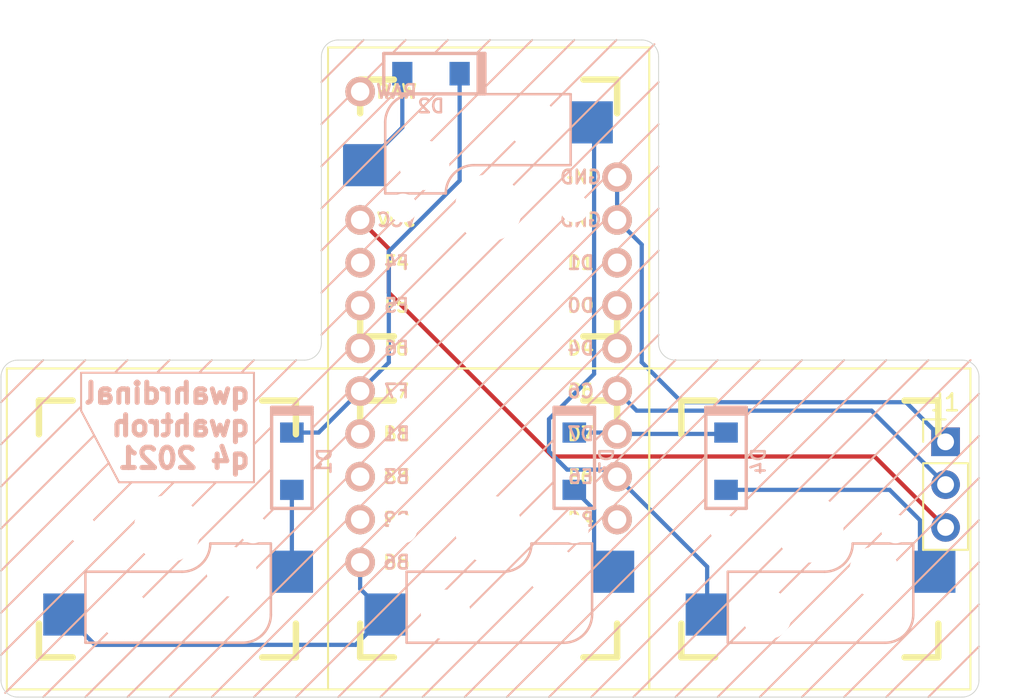
<source format=kicad_pcb>
(kicad_pcb (version 20171130) (host pcbnew "(5.1.10)-1")

  (general
    (thickness 1.6)
    (drawings 78)
    (tracks 55)
    (zones 0)
    (modules 10)
    (nets 12)
  )

  (page A4)
  (layers
    (0 F.Cu signal)
    (31 B.Cu signal)
    (32 B.Adhes user)
    (33 F.Adhes user)
    (34 B.Paste user)
    (35 F.Paste user)
    (36 B.SilkS user)
    (37 F.SilkS user)
    (38 B.Mask user)
    (39 F.Mask user)
    (40 Dwgs.User user)
    (41 Cmts.User user)
    (42 Eco1.User user)
    (43 Eco2.User user)
    (44 Edge.Cuts user)
    (45 Margin user)
    (46 B.CrtYd user)
    (47 F.CrtYd user)
    (48 B.Fab user)
    (49 F.Fab user)
  )

  (setup
    (last_trace_width 0.25)
    (trace_clearance 0.2)
    (zone_clearance 0.508)
    (zone_45_only no)
    (trace_min 0.2)
    (via_size 0.8)
    (via_drill 0.4)
    (via_min_size 0.4)
    (via_min_drill 0.3)
    (uvia_size 0.3)
    (uvia_drill 0.1)
    (uvias_allowed no)
    (uvia_min_size 0.2)
    (uvia_min_drill 0.1)
    (edge_width 0.05)
    (segment_width 0.2)
    (pcb_text_width 0.3)
    (pcb_text_size 1.5 1.5)
    (mod_edge_width 0.12)
    (mod_text_size 1 1)
    (mod_text_width 0.15)
    (pad_size 1.524 1.524)
    (pad_drill 0.762)
    (pad_to_mask_clearance 0)
    (aux_axis_origin 0 0)
    (visible_elements FFFFFF7F)
    (pcbplotparams
      (layerselection 0x010fc_ffffffff)
      (usegerberextensions true)
      (usegerberattributes false)
      (usegerberadvancedattributes false)
      (creategerberjobfile false)
      (excludeedgelayer true)
      (linewidth 0.100000)
      (plotframeref false)
      (viasonmask false)
      (mode 1)
      (useauxorigin false)
      (hpglpennumber 1)
      (hpglpenspeed 20)
      (hpglpendiameter 15.000000)
      (psnegative false)
      (psa4output false)
      (plotreference true)
      (plotvalue false)
      (plotinvisibletext false)
      (padsonsilk false)
      (subtractmaskfromsilk true)
      (outputformat 1)
      (mirror false)
      (drillshape 0)
      (scaleselection 1)
      (outputdirectory ""))
  )

  (net 0 "")
  (net 1 row1)
  (net 2 "Net-(D1-Pad2)")
  (net 3 "Net-(D2-Pad2)")
  (net 4 row2)
  (net 5 "Net-(D3-Pad2)")
  (net 6 "Net-(D4-Pad2)")
  (net 7 VCC)
  (net 8 RGB)
  (net 9 GND)
  (net 10 col1)
  (net 11 col2)

  (net_class Default "This is the default net class."
    (clearance 0.2)
    (trace_width 0.25)
    (via_dia 0.8)
    (via_drill 0.4)
    (uvia_dia 0.3)
    (uvia_drill 0.1)
    (add_net GND)
    (add_net "Net-(D1-Pad2)")
    (add_net "Net-(D2-Pad2)")
    (add_net "Net-(D3-Pad2)")
    (add_net "Net-(D4-Pad2)")
    (add_net "Net-(U1-Pad10)")
    (add_net "Net-(U1-Pad11)")
    (add_net "Net-(U1-Pad14)")
    (add_net "Net-(U1-Pad15)")
    (add_net "Net-(U1-Pad16)")
    (add_net "Net-(U1-Pad18)")
    (add_net "Net-(U1-Pad19)")
    (add_net "Net-(U1-Pad20)")
    (add_net "Net-(U1-Pad24)")
    (add_net "Net-(U1-Pad5)")
    (add_net "Net-(U1-Pad6)")
    (add_net "Net-(U1-Pad7)")
    (add_net RGB)
    (add_net VCC)
    (add_net col1)
    (add_net col2)
    (add_net row1)
    (add_net row2)
  )

  (module Keebio-Parts:ArduinoProMicro_hotswap_socket_clear (layer B.Cu) (tedit 61C12FBC) (tstamp 61C18551)
    (at 219.42 137.53125 270)
    (path /61C1AB51)
    (fp_text reference U1 (at 0 -1.625 90) (layer B.SilkS) hide
      (effects (font (size 1.27 1.524) (thickness 0.2032)) (justify mirror))
    )
    (fp_text value ProMicro_hotswap_socket_clearing (at 0 0 90) (layer B.SilkS) hide
      (effects (font (size 1.27 1.524) (thickness 0.2032)) (justify mirror))
    )
    (fp_text user D0 (at -1.27 -5.461 180) (layer F.SilkS)
      (effects (font (size 0.8 0.8) (thickness 0.15)))
    )
    (fp_text user D1 (at -3.81 -5.461 180) (layer F.SilkS)
      (effects (font (size 0.8 0.8) (thickness 0.15)))
    )
    (fp_text user GND (at -6.35 -5.461 180) (layer F.SilkS)
      (effects (font (size 0.8 0.8) (thickness 0.15)))
    )
    (fp_text user GND (at -8.89 -5.461 180) (layer F.SilkS)
      (effects (font (size 0.8 0.8) (thickness 0.15)))
    )
    (fp_text user D4 (at 1.27 -5.461 180) (layer F.SilkS)
      (effects (font (size 0.8 0.8) (thickness 0.15)))
    )
    (fp_text user C6 (at 3.81 -5.461 180) (layer F.SilkS)
      (effects (font (size 0.8 0.8) (thickness 0.15)))
    )
    (fp_text user D7 (at 6.35 -5.461 180) (layer F.SilkS)
      (effects (font (size 0.8 0.8) (thickness 0.15)))
    )
    (fp_text user E6 (at 8.89 -5.461 180) (layer F.SilkS)
      (effects (font (size 0.8 0.8) (thickness 0.15)))
    )
    (fp_text user B4 (at 11.43 -5.461 180) (layer F.SilkS)
      (effects (font (size 0.8 0.8) (thickness 0.15)))
    )
    (fp_text user B6 (at 13.97 5.461 180) (layer F.SilkS)
      (effects (font (size 0.8 0.8) (thickness 0.15)))
    )
    (fp_text user B2 (at 11.43 5.461 180) (layer B.SilkS)
      (effects (font (size 0.8 0.8) (thickness 0.15)) (justify mirror))
    )
    (fp_text user B3 (at 8.89 5.461 180) (layer F.SilkS)
      (effects (font (size 0.8 0.8) (thickness 0.15)))
    )
    (fp_text user B1 (at 6.35 5.461 180) (layer F.SilkS)
      (effects (font (size 0.8 0.8) (thickness 0.15)))
    )
    (fp_text user F7 (at 3.81 5.461 180) (layer B.SilkS)
      (effects (font (size 0.8 0.8) (thickness 0.15)) (justify mirror))
    )
    (fp_text user F6 (at 1.27 5.461 180) (layer B.SilkS)
      (effects (font (size 0.8 0.8) (thickness 0.15)) (justify mirror))
    )
    (fp_text user F5 (at -1.27 5.461 180) (layer B.SilkS)
      (effects (font (size 0.8 0.8) (thickness 0.15)) (justify mirror))
    )
    (fp_text user F4 (at -3.81 5.461 180) (layer F.SilkS)
      (effects (font (size 0.8 0.8) (thickness 0.15)))
    )
    (fp_text user VCC (at -6.35 5.461 180) (layer F.SilkS)
      (effects (font (size 0.8 0.8) (thickness 0.15)))
    )
    (fp_text user RAW (at -13.97 5.461 180) (layer F.SilkS)
      (effects (font (size 0.8 0.8) (thickness 0.15)))
    )
    (fp_text user RAW (at -13.97 5.461 180) (layer B.SilkS)
      (effects (font (size 0.8 0.8) (thickness 0.15)) (justify mirror))
    )
    (fp_text user VCC (at -6.35 5.461 180) (layer B.SilkS)
      (effects (font (size 0.8 0.8) (thickness 0.15)) (justify mirror))
    )
    (fp_text user F4 (at -3.81 5.461 180) (layer B.SilkS)
      (effects (font (size 0.8 0.8) (thickness 0.15)) (justify mirror))
    )
    (fp_text user F5 (at -1.27 5.461 180) (layer F.SilkS)
      (effects (font (size 0.8 0.8) (thickness 0.15)))
    )
    (fp_text user F6 (at 1.27 5.461 180) (layer F.SilkS)
      (effects (font (size 0.8 0.8) (thickness 0.15)))
    )
    (fp_text user F7 (at 3.81 5.461 180) (layer F.SilkS)
      (effects (font (size 0.8 0.8) (thickness 0.15)))
    )
    (fp_text user B1 (at 6.35 5.461 180) (layer B.SilkS)
      (effects (font (size 0.8 0.8) (thickness 0.15)) (justify mirror))
    )
    (fp_text user B3 (at 8.89 5.461 180) (layer B.SilkS)
      (effects (font (size 0.8 0.8) (thickness 0.15)) (justify mirror))
    )
    (fp_text user B2 (at 11.43 5.461 180) (layer F.SilkS)
      (effects (font (size 0.8 0.8) (thickness 0.15)))
    )
    (fp_text user B6 (at 13.97 5.461 180) (layer B.SilkS)
      (effects (font (size 0.8 0.8) (thickness 0.15)) (justify mirror))
    )
    (fp_text user B4 (at 11.43 -5.461 180) (layer B.SilkS)
      (effects (font (size 0.8 0.8) (thickness 0.15)) (justify mirror))
    )
    (fp_text user E6 (at 8.89 -5.461 180) (layer B.SilkS)
      (effects (font (size 0.8 0.8) (thickness 0.15)) (justify mirror))
    )
    (fp_text user D7 (at 6.35 -5.461 180) (layer B.SilkS)
      (effects (font (size 0.8 0.8) (thickness 0.15)) (justify mirror))
    )
    (fp_text user C6 (at 3.81 -5.461 180) (layer B.SilkS)
      (effects (font (size 0.8 0.8) (thickness 0.15)) (justify mirror))
    )
    (fp_text user D4 (at 1.27 -5.461 180) (layer B.SilkS)
      (effects (font (size 0.8 0.8) (thickness 0.15)) (justify mirror))
    )
    (fp_text user GND (at -8.89 -5.461 180) (layer B.SilkS)
      (effects (font (size 0.8 0.8) (thickness 0.15)) (justify mirror))
    )
    (fp_text user GND (at -6.35 -5.461 180) (layer B.SilkS)
      (effects (font (size 0.8 0.8) (thickness 0.15)) (justify mirror))
    )
    (fp_text user D1 (at -3.81 -5.461 180) (layer B.SilkS)
      (effects (font (size 0.8 0.8) (thickness 0.15)) (justify mirror))
    )
    (fp_text user D0 (at -1.27 -5.461 180) (layer B.SilkS)
      (effects (font (size 0.8 0.8) (thickness 0.15)) (justify mirror))
    )
    (fp_line (start -14.224 3.556) (end -14.224 -3.81) (layer Dwgs.User) (width 0.2))
    (fp_line (start -14.224 -3.81) (end -19.304 -3.81) (layer Dwgs.User) (width 0.2))
    (fp_line (start -19.304 -3.81) (end -19.304 3.556) (layer Dwgs.User) (width 0.2))
    (fp_line (start -19.304 3.556) (end -14.224 3.556) (layer Dwgs.User) (width 0.2))
    (pad 3 thru_hole circle (at -8.89 -7.62 270) (size 1.7526 1.7526) (drill 1.0922) (layers *.Cu *.SilkS *.Mask)
      (net 9 GND))
    (pad 4 thru_hole circle (at -6.35 -7.62 270) (size 1.7526 1.7526) (drill 1.0922) (layers *.Cu *.SilkS *.Mask)
      (net 9 GND))
    (pad 5 thru_hole circle (at -3.81 -7.62 270) (size 1.7526 1.7526) (drill 1.0922) (layers *.Cu *.SilkS *.Mask))
    (pad 6 thru_hole circle (at -1.27 -7.62 270) (size 1.7526 1.7526) (drill 1.0922) (layers *.Cu *.SilkS *.Mask))
    (pad 7 thru_hole circle (at 1.27 -7.62 270) (size 1.7526 1.7526) (drill 1.0922) (layers *.Cu *.SilkS *.Mask))
    (pad 8 thru_hole circle (at 3.81 -7.62 270) (size 1.7526 1.7526) (drill 1.0922) (layers *.Cu *.SilkS *.Mask)
      (net 8 RGB))
    (pad 9 thru_hole circle (at 6.35 -7.62 270) (size 1.7526 1.7526) (drill 1.0922) (layers *.Cu *.SilkS *.Mask)
      (net 4 row2))
    (pad 10 thru_hole circle (at 8.89 -7.62 270) (size 1.7526 1.7526) (drill 1.0922) (layers *.Cu *.SilkS *.Mask)
      (net 11 col2))
    (pad 11 thru_hole circle (at 11.43 -7.62 270) (size 1.7526 1.7526) (drill 1.0922) (layers *.Cu *.SilkS *.Mask))
    (pad 13 thru_hole circle (at 13.97 7.62 270) (size 1.7526 1.7526) (drill 1.0922) (layers *.Cu *.SilkS *.Mask)
      (net 10 col1))
    (pad 14 thru_hole circle (at 11.43 7.62 270) (size 1.7526 1.7526) (drill 1.0922) (layers *.Cu *.SilkS *.Mask))
    (pad 15 thru_hole circle (at 8.89 7.62 270) (size 1.7526 1.7526) (drill 1.0922) (layers *.Cu *.SilkS *.Mask))
    (pad 16 thru_hole circle (at 6.35 7.62 270) (size 1.7526 1.7526) (drill 1.0922) (layers *.Cu *.SilkS *.Mask))
    (pad 17 thru_hole circle (at 3.81 7.62 270) (size 1.7526 1.7526) (drill 1.0922) (layers *.Cu *.SilkS *.Mask)
      (net 1 row1))
    (pad 18 thru_hole circle (at 1.27 7.62 270) (size 1.7526 1.7526) (drill 1.0922) (layers *.Cu *.SilkS *.Mask))
    (pad 19 thru_hole circle (at -1.27 7.62 270) (size 1.7526 1.7526) (drill 1.0922) (layers *.Cu *.SilkS *.Mask))
    (pad 20 thru_hole circle (at -3.81 7.62 270) (size 1.7526 1.7526) (drill 1.0922) (layers *.Cu *.SilkS *.Mask))
    (pad 21 thru_hole circle (at -6.35 7.62 270) (size 1.7526 1.7526) (drill 1.0922) (layers *.Cu *.SilkS *.Mask)
      (net 7 VCC))
    (pad 24 thru_hole circle (at -13.97 7.62 270) (size 1.7526 1.7526) (drill 1.0922) (layers *.Cu *.SilkS *.Mask))
    (model /Users/danny/Documents/proj/custom-keyboard/kicad-libs/3d_models/ArduinoProMicro.wrl
      (offset (xyz -13.96999979019165 -7.619999885559082 -5.841999912261963))
      (scale (xyz 0.395 0.395 0.395))
      (rotate (xyz 90 180 180))
    )
  )

  (module keyboard_parts:Kailh_MX_Socket (layer F.Cu) (tedit 6171E7F8) (tstamp 61C1797F)
    (at 238.47 149.52)
    (path /61C1529A)
    (fp_text reference SW4 (at -6.35 -3.81) (layer Dwgs.User) hide
      (effects (font (size 1.524 1.524) (thickness 0.3048)))
    )
    (fp_text value SW_PUSH (at -6.35 -6.35) (layer Dwgs.User) hide
      (effects (font (size 1.524 1.524) (thickness 0.3048)))
    )
    (fp_arc (start 0.865 0.865) (end 0.865 2.54) (angle -90) (layer B.SilkS) (width 0.15))
    (fp_arc (start 4.46 5.08) (end 4.46 6.755) (angle -90) (layer B.SilkS) (width 0.15))
    (fp_line (start -9.525 -9.525) (end -9.525 9.525) (layer F.SilkS) (width 0.12))
    (fp_line (start 9.525 -9.525) (end -9.525 -9.525) (layer F.SilkS) (width 0.12))
    (fp_line (start 9.525 9.525) (end 9.525 -9.525) (layer F.SilkS) (width 0.12))
    (fp_line (start -9.525 9.525) (end 9.525 9.525) (layer F.SilkS) (width 0.12))
    (fp_line (start -7.62 5.62) (end -7.62 7.62) (layer F.SilkS) (width 0.381))
    (fp_line (start -7.62 -7.62) (end -5.62 -7.62) (layer F.SilkS) (width 0.381))
    (fp_line (start 7.62 7.62) (end 7.62 5.62) (layer F.SilkS) (width 0.381))
    (fp_line (start -7.62 7.62) (end -5.62 7.62) (layer F.SilkS) (width 0.381))
    (fp_line (start 6.135 0.865) (end 2.54 0.865) (layer B.SilkS) (width 0.15))
    (fp_line (start 6.135 5.08) (end 6.135 0.865) (layer B.SilkS) (width 0.15))
    (fp_line (start -4.865 6.75) (end -4.865 2.54) (layer B.SilkS) (width 0.15))
    (fp_line (start 4.46 6.755) (end -4.865 6.755) (layer B.SilkS) (width 0.15))
    (fp_line (start 0.865 2.54) (end -4.865 2.54) (layer B.SilkS) (width 0.15))
    (fp_line (start 5.62 -7.62) (end 7.62 -7.62) (layer F.SilkS) (width 0.381))
    (fp_line (start 7.62 -5.62) (end 7.62 -7.62) (layer F.SilkS) (width 0.381))
    (fp_line (start 5.62 7.62) (end 7.62 7.62) (layer F.SilkS) (width 0.381))
    (fp_line (start -7.62 -5.62) (end -7.62 -7.62) (layer F.SilkS) (width 0.381))
    (pad 1 smd rect (at 7.36 2.54) (size 2.55 2.5) (layers B.Cu B.Paste B.Mask)
      (net 6 "Net-(D4-Pad2)"))
    (pad "" np_thru_hole circle (at 0 0) (size 3.98018 3.98018) (drill 3.98018) (layers *.Cu *.Mask))
    (pad "" np_thru_hole circle (at -2.54 5.08) (size 2.95 2.95) (drill 2.95) (layers *.Cu *.Mask))
    (pad "" np_thru_hole circle (at 3.81 2.54) (size 2.95 2.95) (drill 2.95) (layers *.Cu *.Mask))
    (pad 2 smd rect (at -6.09 5.08) (size 2.55 2.5) (layers B.Cu B.Paste B.Mask)
      (net 11 col2))
    (pad "" np_thru_hole circle (at -5.08 0) (size 1.7 1.7) (drill 1.7) (layers *.Cu *.Mask))
    (pad "" np_thru_hole circle (at 5.08 0) (size 1.7 1.7) (drill 1.7) (layers *.Cu *.Mask))
    (model /Users/cole/git/keyboard_parts.pretty/PG151101S11.step
      (offset (xyz -4.65 6.8 1.8))
      (scale (xyz 1 1 1))
      (rotate (xyz 180 0 0))
    )
  )

  (module keyboard_parts:Kailh_MX_Socket (layer F.Cu) (tedit 6171E7F8) (tstamp 61C17961)
    (at 219.42 149.52)
    (path /61C161CE)
    (fp_text reference SW3 (at -6.35 -3.81) (layer Dwgs.User) hide
      (effects (font (size 1.524 1.524) (thickness 0.3048)))
    )
    (fp_text value SW_PUSH (at -6.35 -6.35) (layer Dwgs.User) hide
      (effects (font (size 1.524 1.524) (thickness 0.3048)))
    )
    (fp_arc (start 0.865 0.865) (end 0.865 2.54) (angle -90) (layer B.SilkS) (width 0.15))
    (fp_arc (start 4.46 5.08) (end 4.46 6.755) (angle -90) (layer B.SilkS) (width 0.15))
    (fp_line (start -9.525 -9.525) (end -9.525 9.525) (layer F.SilkS) (width 0.12))
    (fp_line (start 9.525 -9.525) (end -9.525 -9.525) (layer F.SilkS) (width 0.12))
    (fp_line (start 9.525 9.525) (end 9.525 -9.525) (layer F.SilkS) (width 0.12))
    (fp_line (start -9.525 9.525) (end 9.525 9.525) (layer F.SilkS) (width 0.12))
    (fp_line (start -7.62 5.62) (end -7.62 7.62) (layer F.SilkS) (width 0.381))
    (fp_line (start -7.62 -7.62) (end -5.62 -7.62) (layer F.SilkS) (width 0.381))
    (fp_line (start 7.62 7.62) (end 7.62 5.62) (layer F.SilkS) (width 0.381))
    (fp_line (start -7.62 7.62) (end -5.62 7.62) (layer F.SilkS) (width 0.381))
    (fp_line (start 6.135 0.865) (end 2.54 0.865) (layer B.SilkS) (width 0.15))
    (fp_line (start 6.135 5.08) (end 6.135 0.865) (layer B.SilkS) (width 0.15))
    (fp_line (start -4.865 6.75) (end -4.865 2.54) (layer B.SilkS) (width 0.15))
    (fp_line (start 4.46 6.755) (end -4.865 6.755) (layer B.SilkS) (width 0.15))
    (fp_line (start 0.865 2.54) (end -4.865 2.54) (layer B.SilkS) (width 0.15))
    (fp_line (start 5.62 -7.62) (end 7.62 -7.62) (layer F.SilkS) (width 0.381))
    (fp_line (start 7.62 -5.62) (end 7.62 -7.62) (layer F.SilkS) (width 0.381))
    (fp_line (start 5.62 7.62) (end 7.62 7.62) (layer F.SilkS) (width 0.381))
    (fp_line (start -7.62 -5.62) (end -7.62 -7.62) (layer F.SilkS) (width 0.381))
    (pad 1 smd rect (at 7.36 2.54) (size 2.55 2.5) (layers B.Cu B.Paste B.Mask)
      (net 5 "Net-(D3-Pad2)"))
    (pad "" np_thru_hole circle (at 0 0) (size 3.98018 3.98018) (drill 3.98018) (layers *.Cu *.Mask))
    (pad "" np_thru_hole circle (at -2.54 5.08) (size 2.95 2.95) (drill 2.95) (layers *.Cu *.Mask))
    (pad "" np_thru_hole circle (at 3.81 2.54) (size 2.95 2.95) (drill 2.95) (layers *.Cu *.Mask))
    (pad 2 smd rect (at -6.09 5.08) (size 2.55 2.5) (layers B.Cu B.Paste B.Mask)
      (net 10 col1))
    (pad "" np_thru_hole circle (at -5.08 0) (size 1.7 1.7) (drill 1.7) (layers *.Cu *.Mask))
    (pad "" np_thru_hole circle (at 5.08 0) (size 1.7 1.7) (drill 1.7) (layers *.Cu *.Mask))
    (model /Users/cole/git/keyboard_parts.pretty/PG151101S11.step
      (offset (xyz -4.65 6.8 1.8))
      (scale (xyz 1 1 1))
      (rotate (xyz 180 0 0))
    )
  )

  (module keyboard_parts:Kailh_MX_Socket (layer F.Cu) (tedit 6171E7F8) (tstamp 61C17943)
    (at 219.42 130.47 180)
    (path /61C1119D)
    (fp_text reference SW2 (at -6.35 -3.81) (layer Dwgs.User) hide
      (effects (font (size 1.524 1.524) (thickness 0.3048)))
    )
    (fp_text value SW_PUSH (at -6.35 -6.35) (layer Dwgs.User) hide
      (effects (font (size 1.524 1.524) (thickness 0.3048)))
    )
    (fp_arc (start 0.865 0.865) (end 0.865 2.54) (angle -90) (layer B.SilkS) (width 0.15))
    (fp_arc (start 4.46 5.08) (end 4.46 6.755) (angle -90) (layer B.SilkS) (width 0.15))
    (fp_line (start -9.525 -9.525) (end -9.525 9.525) (layer F.SilkS) (width 0.12))
    (fp_line (start 9.525 -9.525) (end -9.525 -9.525) (layer F.SilkS) (width 0.12))
    (fp_line (start 9.525 9.525) (end 9.525 -9.525) (layer F.SilkS) (width 0.12))
    (fp_line (start -9.525 9.525) (end 9.525 9.525) (layer F.SilkS) (width 0.12))
    (fp_line (start -7.62 5.62) (end -7.62 7.62) (layer F.SilkS) (width 0.381))
    (fp_line (start -7.62 -7.62) (end -5.62 -7.62) (layer F.SilkS) (width 0.381))
    (fp_line (start 7.62 7.62) (end 7.62 5.62) (layer F.SilkS) (width 0.381))
    (fp_line (start -7.62 7.62) (end -5.62 7.62) (layer F.SilkS) (width 0.381))
    (fp_line (start 6.135 0.865) (end 2.54 0.865) (layer B.SilkS) (width 0.15))
    (fp_line (start 6.135 5.08) (end 6.135 0.865) (layer B.SilkS) (width 0.15))
    (fp_line (start -4.865 6.75) (end -4.865 2.54) (layer B.SilkS) (width 0.15))
    (fp_line (start 4.46 6.755) (end -4.865 6.755) (layer B.SilkS) (width 0.15))
    (fp_line (start 0.865 2.54) (end -4.865 2.54) (layer B.SilkS) (width 0.15))
    (fp_line (start 5.62 -7.62) (end 7.62 -7.62) (layer F.SilkS) (width 0.381))
    (fp_line (start 7.62 -5.62) (end 7.62 -7.62) (layer F.SilkS) (width 0.381))
    (fp_line (start 5.62 7.62) (end 7.62 7.62) (layer F.SilkS) (width 0.381))
    (fp_line (start -7.62 -5.62) (end -7.62 -7.62) (layer F.SilkS) (width 0.381))
    (pad 1 smd rect (at 7.36 2.54 180) (size 2.55 2.5) (layers B.Cu B.Paste B.Mask)
      (net 3 "Net-(D2-Pad2)"))
    (pad "" np_thru_hole circle (at 0 0 180) (size 3.98018 3.98018) (drill 3.98018) (layers *.Cu *.Mask))
    (pad "" np_thru_hole circle (at -2.54 5.08 180) (size 2.95 2.95) (drill 2.95) (layers *.Cu *.Mask))
    (pad "" np_thru_hole circle (at 3.81 2.54 180) (size 2.95 2.95) (drill 2.95) (layers *.Cu *.Mask))
    (pad 2 smd rect (at -6.09 5.08 180) (size 2.55 2.5) (layers B.Cu B.Paste B.Mask)
      (net 11 col2))
    (pad "" np_thru_hole circle (at -5.08 0 180) (size 1.7 1.7) (drill 1.7) (layers *.Cu *.Mask))
    (pad "" np_thru_hole circle (at 5.08 0 180) (size 1.7 1.7) (drill 1.7) (layers *.Cu *.Mask))
    (model /Users/cole/git/keyboard_parts.pretty/PG151101S11.step
      (offset (xyz -4.65 6.8 1.8))
      (scale (xyz 1 1 1))
      (rotate (xyz 180 0 0))
    )
  )

  (module keyboard_parts:Kailh_MX_Socket (layer F.Cu) (tedit 6171E7F8) (tstamp 61C17925)
    (at 200.37 149.52)
    (path /61C15C7C)
    (fp_text reference SW1 (at -6.35 -3.81) (layer Dwgs.User) hide
      (effects (font (size 1.524 1.524) (thickness 0.3048)))
    )
    (fp_text value SW_PUSH (at -6.35 -6.35) (layer Dwgs.User) hide
      (effects (font (size 1.524 1.524) (thickness 0.3048)))
    )
    (fp_arc (start 0.865 0.865) (end 0.865 2.54) (angle -90) (layer B.SilkS) (width 0.15))
    (fp_arc (start 4.46 5.08) (end 4.46 6.755) (angle -90) (layer B.SilkS) (width 0.15))
    (fp_line (start -9.525 -9.525) (end -9.525 9.525) (layer F.SilkS) (width 0.12))
    (fp_line (start 9.525 -9.525) (end -9.525 -9.525) (layer F.SilkS) (width 0.12))
    (fp_line (start 9.525 9.525) (end 9.525 -9.525) (layer F.SilkS) (width 0.12))
    (fp_line (start -9.525 9.525) (end 9.525 9.525) (layer F.SilkS) (width 0.12))
    (fp_line (start -7.62 5.62) (end -7.62 7.62) (layer F.SilkS) (width 0.381))
    (fp_line (start -7.62 -7.62) (end -5.62 -7.62) (layer F.SilkS) (width 0.381))
    (fp_line (start 7.62 7.62) (end 7.62 5.62) (layer F.SilkS) (width 0.381))
    (fp_line (start -7.62 7.62) (end -5.62 7.62) (layer F.SilkS) (width 0.381))
    (fp_line (start 6.135 0.865) (end 2.54 0.865) (layer B.SilkS) (width 0.15))
    (fp_line (start 6.135 5.08) (end 6.135 0.865) (layer B.SilkS) (width 0.15))
    (fp_line (start -4.865 6.75) (end -4.865 2.54) (layer B.SilkS) (width 0.15))
    (fp_line (start 4.46 6.755) (end -4.865 6.755) (layer B.SilkS) (width 0.15))
    (fp_line (start 0.865 2.54) (end -4.865 2.54) (layer B.SilkS) (width 0.15))
    (fp_line (start 5.62 -7.62) (end 7.62 -7.62) (layer F.SilkS) (width 0.381))
    (fp_line (start 7.62 -5.62) (end 7.62 -7.62) (layer F.SilkS) (width 0.381))
    (fp_line (start 5.62 7.62) (end 7.62 7.62) (layer F.SilkS) (width 0.381))
    (fp_line (start -7.62 -5.62) (end -7.62 -7.62) (layer F.SilkS) (width 0.381))
    (pad 1 smd rect (at 7.36 2.54) (size 2.55 2.5) (layers B.Cu B.Paste B.Mask)
      (net 2 "Net-(D1-Pad2)"))
    (pad "" np_thru_hole circle (at 0 0) (size 3.98018 3.98018) (drill 3.98018) (layers *.Cu *.Mask))
    (pad "" np_thru_hole circle (at -2.54 5.08) (size 2.95 2.95) (drill 2.95) (layers *.Cu *.Mask))
    (pad "" np_thru_hole circle (at 3.81 2.54) (size 2.95 2.95) (drill 2.95) (layers *.Cu *.Mask))
    (pad 2 smd rect (at -6.09 5.08) (size 2.55 2.5) (layers B.Cu B.Paste B.Mask)
      (net 10 col1))
    (pad "" np_thru_hole circle (at -5.08 0) (size 1.7 1.7) (drill 1.7) (layers *.Cu *.Mask))
    (pad "" np_thru_hole circle (at 5.08 0) (size 1.7 1.7) (drill 1.7) (layers *.Cu *.Mask))
    (model /Users/cole/git/keyboard_parts.pretty/PG151101S11.step
      (offset (xyz -4.65 6.8 1.8))
      (scale (xyz 1 1 1))
      (rotate (xyz 180 0 0))
    )
  )

  (module Connector_PinHeader_2.54mm:PinHeader_1x03_P2.54mm_Vertical (layer F.Cu) (tedit 59FED5CC) (tstamp 61C17907)
    (at 246.52 144.35)
    (descr "Through hole straight pin header, 1x03, 2.54mm pitch, single row")
    (tags "Through hole pin header THT 1x03 2.54mm single row")
    (path /61C1E45B)
    (fp_text reference J1 (at 0 -2.33) (layer F.SilkS)
      (effects (font (size 1 1) (thickness 0.15)))
    )
    (fp_text value Conn_01x03 (at 0 7.41) (layer F.Fab)
      (effects (font (size 1 1) (thickness 0.15)))
    )
    (fp_text user %R (at 0 2.54 90) (layer F.Fab)
      (effects (font (size 1 1) (thickness 0.15)))
    )
    (fp_line (start -0.635 -1.27) (end 1.27 -1.27) (layer F.Fab) (width 0.1))
    (fp_line (start 1.27 -1.27) (end 1.27 6.35) (layer F.Fab) (width 0.1))
    (fp_line (start 1.27 6.35) (end -1.27 6.35) (layer F.Fab) (width 0.1))
    (fp_line (start -1.27 6.35) (end -1.27 -0.635) (layer F.Fab) (width 0.1))
    (fp_line (start -1.27 -0.635) (end -0.635 -1.27) (layer F.Fab) (width 0.1))
    (fp_line (start -1.33 6.41) (end 1.33 6.41) (layer F.SilkS) (width 0.12))
    (fp_line (start -1.33 1.27) (end -1.33 6.41) (layer F.SilkS) (width 0.12))
    (fp_line (start 1.33 1.27) (end 1.33 6.41) (layer F.SilkS) (width 0.12))
    (fp_line (start -1.33 1.27) (end 1.33 1.27) (layer F.SilkS) (width 0.12))
    (fp_line (start -1.33 0) (end -1.33 -1.33) (layer F.SilkS) (width 0.12))
    (fp_line (start -1.33 -1.33) (end 0 -1.33) (layer F.SilkS) (width 0.12))
    (fp_line (start -1.8 -1.8) (end -1.8 6.85) (layer F.CrtYd) (width 0.05))
    (fp_line (start -1.8 6.85) (end 1.8 6.85) (layer F.CrtYd) (width 0.05))
    (fp_line (start 1.8 6.85) (end 1.8 -1.8) (layer F.CrtYd) (width 0.05))
    (fp_line (start 1.8 -1.8) (end -1.8 -1.8) (layer F.CrtYd) (width 0.05))
    (pad 3 thru_hole oval (at 0 5.08) (size 1.7 1.7) (drill 1) (layers *.Cu *.Mask)
      (net 7 VCC))
    (pad 2 thru_hole oval (at 0 2.54) (size 1.7 1.7) (drill 1) (layers *.Cu *.Mask)
      (net 8 RGB))
    (pad 1 thru_hole rect (at 0 0) (size 1.7 1.7) (drill 1) (layers *.Cu *.Mask)
      (net 9 GND))
    (model ${KISYS3DMOD}/Connector_PinHeader_2.54mm.3dshapes/PinHeader_1x03_P2.54mm_Vertical.wrl
      (at (xyz 0 0 0))
      (scale (xyz 1 1 1))
      (rotate (xyz 0 0 0))
    )
  )

  (module keyboard_parts:D_SOD123 (layer B.Cu) (tedit 561B69D3) (tstamp 61C178F0)
    (at 233.5 145.5 270)
    (path /61C152A0)
    (attr smd)
    (fp_text reference D4 (at 0 -1.925 90) (layer B.SilkS)
      (effects (font (size 0.8 0.8) (thickness 0.15)) (justify mirror))
    )
    (fp_text value D (at 0 1.925 90) (layer B.SilkS) hide
      (effects (font (size 0.8 0.8) (thickness 0.15)) (justify mirror))
    )
    (fp_line (start -3.075 -1.2) (end -3.075 1.2) (layer B.SilkS) (width 0.2))
    (fp_line (start -2.8 1.2) (end -2.8 -1.2) (layer B.SilkS) (width 0.2))
    (fp_line (start -2.925 1.2) (end -2.925 -1.2) (layer B.SilkS) (width 0.2))
    (fp_line (start -3.2 1.2) (end 2.8 1.2) (layer B.SilkS) (width 0.2))
    (fp_line (start 2.8 1.2) (end 2.8 -1.2) (layer B.SilkS) (width 0.2))
    (fp_line (start 2.8 -1.2) (end -3.2 -1.2) (layer B.SilkS) (width 0.2))
    (fp_line (start -3.2 -1.2) (end -3.2 1.2) (layer B.SilkS) (width 0.2))
    (pad 1 smd rect (at -1.7 0 270) (size 1.2 1.4) (layers B.Cu B.Paste B.Mask)
      (net 4 row2))
    (pad 2 smd rect (at 1.7 0 270) (size 1.2 1.4) (layers B.Cu B.Paste B.Mask)
      (net 6 "Net-(D4-Pad2)"))
  )

  (module keyboard_parts:D_SOD123 (layer B.Cu) (tedit 561B69D3) (tstamp 61C178E3)
    (at 224.5 145.5 270)
    (path /61C161D4)
    (attr smd)
    (fp_text reference D3 (at 0 -1.925 90) (layer B.SilkS)
      (effects (font (size 0.8 0.8) (thickness 0.15)) (justify mirror))
    )
    (fp_text value D (at 0 1.925 90) (layer B.SilkS) hide
      (effects (font (size 0.8 0.8) (thickness 0.15)) (justify mirror))
    )
    (fp_line (start -3.075 -1.2) (end -3.075 1.2) (layer B.SilkS) (width 0.2))
    (fp_line (start -2.8 1.2) (end -2.8 -1.2) (layer B.SilkS) (width 0.2))
    (fp_line (start -2.925 1.2) (end -2.925 -1.2) (layer B.SilkS) (width 0.2))
    (fp_line (start -3.2 1.2) (end 2.8 1.2) (layer B.SilkS) (width 0.2))
    (fp_line (start 2.8 1.2) (end 2.8 -1.2) (layer B.SilkS) (width 0.2))
    (fp_line (start 2.8 -1.2) (end -3.2 -1.2) (layer B.SilkS) (width 0.2))
    (fp_line (start -3.2 -1.2) (end -3.2 1.2) (layer B.SilkS) (width 0.2))
    (pad 1 smd rect (at -1.7 0 270) (size 1.2 1.4) (layers B.Cu B.Paste B.Mask)
      (net 4 row2))
    (pad 2 smd rect (at 1.7 0 270) (size 1.2 1.4) (layers B.Cu B.Paste B.Mask)
      (net 5 "Net-(D3-Pad2)"))
  )

  (module keyboard_parts:D_SOD123 (layer B.Cu) (tedit 561B69D3) (tstamp 61C178D6)
    (at 216 122.5 180)
    (path /61C119EA)
    (attr smd)
    (fp_text reference D2 (at 0 -1.925) (layer B.SilkS)
      (effects (font (size 0.8 0.8) (thickness 0.15)) (justify mirror))
    )
    (fp_text value D (at 0 1.925) (layer B.SilkS) hide
      (effects (font (size 0.8 0.8) (thickness 0.15)) (justify mirror))
    )
    (fp_line (start -3.075 -1.2) (end -3.075 1.2) (layer B.SilkS) (width 0.2))
    (fp_line (start -2.8 1.2) (end -2.8 -1.2) (layer B.SilkS) (width 0.2))
    (fp_line (start -2.925 1.2) (end -2.925 -1.2) (layer B.SilkS) (width 0.2))
    (fp_line (start -3.2 1.2) (end 2.8 1.2) (layer B.SilkS) (width 0.2))
    (fp_line (start 2.8 1.2) (end 2.8 -1.2) (layer B.SilkS) (width 0.2))
    (fp_line (start 2.8 -1.2) (end -3.2 -1.2) (layer B.SilkS) (width 0.2))
    (fp_line (start -3.2 -1.2) (end -3.2 1.2) (layer B.SilkS) (width 0.2))
    (pad 1 smd rect (at -1.7 0 180) (size 1.2 1.4) (layers B.Cu B.Paste B.Mask)
      (net 1 row1))
    (pad 2 smd rect (at 1.7 0 180) (size 1.2 1.4) (layers B.Cu B.Paste B.Mask)
      (net 3 "Net-(D2-Pad2)"))
  )

  (module keyboard_parts:D_SOD123 (layer B.Cu) (tedit 561B69D3) (tstamp 61C178C9)
    (at 207.75 145.5 270)
    (path /61C15C82)
    (attr smd)
    (fp_text reference D1 (at 0 -1.925 270) (layer B.SilkS)
      (effects (font (size 0.8 0.8) (thickness 0.15)) (justify mirror))
    )
    (fp_text value D (at 0 1.925 270) (layer B.SilkS) hide
      (effects (font (size 0.8 0.8) (thickness 0.15)) (justify mirror))
    )
    (fp_line (start -3.075 -1.2) (end -3.075 1.2) (layer B.SilkS) (width 0.2))
    (fp_line (start -2.8 1.2) (end -2.8 -1.2) (layer B.SilkS) (width 0.2))
    (fp_line (start -2.925 1.2) (end -2.925 -1.2) (layer B.SilkS) (width 0.2))
    (fp_line (start -3.2 1.2) (end 2.8 1.2) (layer B.SilkS) (width 0.2))
    (fp_line (start 2.8 1.2) (end 2.8 -1.2) (layer B.SilkS) (width 0.2))
    (fp_line (start 2.8 -1.2) (end -3.2 -1.2) (layer B.SilkS) (width 0.2))
    (fp_line (start -3.2 -1.2) (end -3.2 1.2) (layer B.SilkS) (width 0.2))
    (pad 1 smd rect (at -1.7 0 270) (size 1.2 1.4) (layers B.Cu B.Paste B.Mask)
      (net 1 row1))
    (pad 2 smd rect (at 1.7 0 270) (size 1.2 1.4) (layers B.Cu B.Paste B.Mask)
      (net 2 "Net-(D1-Pad2)"))
  )

  (gr_line (start 229.5 125.5) (end 209 146) (layer B.SilkS) (width 0.12) (tstamp 61C1E245))
  (gr_text "qwahrdinal\nqwahtroh\nq4 2021" (at 205.4 143.4) (layer B.SilkS)
    (effects (font (size 1.2 1.2) (thickness 0.3)) (justify left mirror))
  )
  (gr_line (start 195.25 142.5) (end 197.5 146.75) (layer B.SilkS) (width 0.12) (tstamp 61C1DEF1))
  (gr_line (start 198.25 146.75) (end 197.5 146.75) (layer B.SilkS) (width 0.12))
  (gr_line (start 198.25 146.75) (end 205.5 146.75) (layer B.SilkS) (width 0.12) (tstamp 61C1D8EB))
  (gr_line (start 195.25 140.25) (end 195.25 142.5) (layer B.SilkS) (width 0.12) (tstamp 61C1D8E9))
  (gr_line (start 205.5 140.25) (end 195.25 140.25) (layer B.SilkS) (width 0.12))
  (gr_line (start 205.5 146.75) (end 205.5 140.25) (layer B.SilkS) (width 0.12))
  (gr_line (start 209 143.5) (end 229.5 123) (layer B.SilkS) (width 0.12) (tstamp 61C1D89B))
  (gr_line (start 205.5 144.5) (end 206.5 143.5) (layer B.SilkS) (width 0.12) (tstamp 61C1D859))
  (gr_line (start 223 159.5) (end 234.25 148.25) (layer B.SilkS) (width 0.12) (tstamp 61C1D859))
  (gr_line (start 220.5 159.5) (end 232.25 147.75) (layer B.SilkS) (width 0.12) (tstamp 61C1D859))
  (gr_line (start 234.75 142.75) (end 238 139.5) (layer B.SilkS) (width 0.12) (tstamp 61C1D859))
  (gr_line (start 213 159.5) (end 224.25 148.25) (layer B.SilkS) (width 0.12) (tstamp 61C1D859))
  (gr_line (start 210.5 159.5) (end 223.25 146.75) (layer B.SilkS) (width 0.12) (tstamp 61C1D859))
  (gr_line (start 208 159.5) (end 223.25 144.25) (layer B.SilkS) (width 0.12) (tstamp 61C1D859))
  (gr_line (start 213.25 121.75) (end 209.5 125.5) (layer B.SilkS) (width 0.12) (tstamp 61C1D692))
  (gr_line (start 219.5 120.5) (end 218.75 121.25) (layer B.SilkS) (width 0.12) (tstamp 61C1D570))
  (gr_line (start 209.5 128) (end 213.75 123.75) (layer B.SilkS) (width 0.12) (tstamp 61C1D30B))
  (gr_line (start 205.5 142) (end 208 139.5) (layer B.SilkS) (width 0.12) (tstamp 61C1D232))
  (gr_line (start 204.75 140.25) (end 205.5 139.5) (layer B.SilkS) (width 0.12) (tstamp 61C1D232))
  (gr_line (start 203 139.5) (end 202.25 140.25) (layer B.SilkS) (width 0.12) (tstamp 61C1D1E2))
  (gr_line (start 200.5 139.5) (end 199.75 140.25) (layer B.SilkS) (width 0.12) (tstamp 61C1D1E2))
  (gr_line (start 198 139.5) (end 197.25 140.25) (layer B.SilkS) (width 0.12) (tstamp 61C1D1E2))
  (gr_line (start 229.25 120.75) (end 207.5 142.5) (layer B.SilkS) (width 0.12) (tstamp 61C1D1D3))
  (gr_line (start 190.5 142) (end 193 139.5) (layer B.SilkS) (width 0.12))
  (gr_line (start 195.5 139.5) (end 190.5 144.5) (layer B.SilkS) (width 0.12))
  (gr_line (start 190.5 147) (end 195.25 142.25) (layer B.SilkS) (width 0.12))
  (gr_line (start 196 144) (end 190.5 149.5) (layer B.SilkS) (width 0.12))
  (gr_line (start 190.5 152) (end 196.9 145.6) (layer B.SilkS) (width 0.12))
  (gr_line (start 198.25 146.75) (end 190.5 154.5) (layer B.SilkS) (width 0.12))
  (gr_line (start 190.5 157) (end 200.75 146.75) (layer B.SilkS) (width 0.12))
  (gr_line (start 209.5 123) (end 212 120.5) (layer B.SilkS) (width 0.12) (tstamp 61C1C350))
  (gr_line (start 216.25 121.25) (end 217 120.5) (layer B.SilkS) (width 0.12) (tstamp 61C1C34E))
  (gr_line (start 214.5 120.5) (end 213.75 121.25) (layer B.SilkS) (width 0.12) (tstamp 61C1C34D))
  (gr_line (start 209.5 138) (end 227 120.5) (layer B.SilkS) (width 0.12) (tstamp 61C1C350))
  (gr_line (start 216.25 123.75) (end 209.5 130.5) (layer B.SilkS) (width 0.12) (tstamp 61C1C34F))
  (gr_line (start 193 159.5) (end 206.5 146) (layer B.SilkS) (width 0.12) (tstamp 61C1C34E))
  (gr_line (start 203.25 146.75) (end 190.75 159.25) (layer B.SilkS) (width 0.12) (tstamp 61C1C34D))
  (gr_line (start 224.5 120.5) (end 209.5 135.5) (layer B.SilkS) (width 0.12) (tstamp 61C1C34C))
  (gr_line (start 209.5 133) (end 222 120.5) (layer B.SilkS) (width 0.12) (tstamp 61C1C34B))
  (gr_line (start 203 159.5) (end 229.5 133) (layer B.SilkS) (width 0.12) (tstamp 61C1C350))
  (gr_line (start 206.75 148.25) (end 195.5 159.5) (layer B.SilkS) (width 0.12) (tstamp 61C1C34F))
  (gr_line (start 225 142.5) (end 229.5 138) (layer B.SilkS) (width 0.12) (tstamp 61C1C34E))
  (gr_line (start 229.5 135.5) (end 205.5 159.5) (layer B.SilkS) (width 0.12) (tstamp 61C1C34D))
  (gr_line (start 229.5 130.5) (end 200.5 159.5) (layer B.SilkS) (width 0.12) (tstamp 61C1C34C))
  (gr_line (start 198 159.5) (end 229.5 128) (layer B.SilkS) (width 0.12) (tstamp 61C1C34B))
  (gr_line (start 218 159.5) (end 232.25 145.25) (layer B.SilkS) (width 0.12) (tstamp 61C1C350))
  (gr_line (start 230.5 139.5) (end 225.75 144.25) (layer B.SilkS) (width 0.12) (tstamp 61C1C34F))
  (gr_line (start 234.75 147.75) (end 243 139.5) (layer B.SilkS) (width 0.12) (tstamp 61C1C34E))
  (gr_line (start 240.5 139.5) (end 234.75 145.25) (layer B.SilkS) (width 0.12) (tstamp 61C1C34D))
  (gr_line (start 235.5 139.5) (end 215.5 159.5) (layer B.SilkS) (width 0.12) (tstamp 61C1C34C))
  (gr_line (start 225.75 146.75) (end 233 139.5) (layer B.SilkS) (width 0.12) (tstamp 61C1C34B))
  (gr_line (start 233 159.5) (end 248.5 144) (layer B.SilkS) (width 0.12) (tstamp 61C1C350))
  (gr_line (start 245.5 139.5) (end 225.5 159.5) (layer B.SilkS) (width 0.12) (tstamp 61C1C34F))
  (gr_line (start 238 159.5) (end 248.5 149) (layer B.SilkS) (width 0.12) (tstamp 61C1C34E))
  (gr_line (start 248.5 146.5) (end 235.5 159.5) (layer B.SilkS) (width 0.12) (tstamp 61C1C34D))
  (gr_line (start 248.5 141.5) (end 230.5 159.5) (layer B.SilkS) (width 0.12) (tstamp 61C1C34C))
  (gr_line (start 228 159.5) (end 248 139.5) (layer B.SilkS) (width 0.12) (tstamp 61C1C34B))
  (gr_line (start 248.5 151.5) (end 240.5 159.5) (layer B.SilkS) (width 0.12))
  (gr_line (start 243 159.5) (end 248.5 154) (layer B.SilkS) (width 0.12))
  (gr_line (start 248.5 156.5) (end 245.5 159.5) (layer B.SilkS) (width 0.12))
  (gr_arc (start 228.5 121.5) (end 229.5 121.5) (angle -90) (layer Edge.Cuts) (width 0.05))
  (gr_arc (start 210.5 121.5) (end 210.5 120.5) (angle -90) (layer Edge.Cuts) (width 0.05))
  (gr_arc (start 191.5 158.5) (end 190.5 158.5) (angle -90) (layer Edge.Cuts) (width 0.05))
  (gr_arc (start 191.5 140.5) (end 191.5 139.5) (angle -90) (layer Edge.Cuts) (width 0.05))
  (gr_arc (start 208.5 138.5) (end 208.5 139.5) (angle -90) (layer Edge.Cuts) (width 0.05))
  (gr_arc (start 230.5 138.5) (end 229.5 138.5) (angle -90) (layer Edge.Cuts) (width 0.05))
  (gr_arc (start 247.5 158.5) (end 247.5 159.5) (angle -90) (layer Edge.Cuts) (width 0.05))
  (gr_arc (start 247.5 140.5) (end 248.5 140.5) (angle -90) (layer Edge.Cuts) (width 0.05))
  (gr_line (start 228.5 120.5) (end 210.5 120.5) (layer Edge.Cuts) (width 0.05) (tstamp 61C19717))
  (gr_line (start 229.5 138.5) (end 229.5 121.5) (layer Edge.Cuts) (width 0.05))
  (gr_line (start 247.5 139.5) (end 230.5 139.5) (layer Edge.Cuts) (width 0.05))
  (gr_line (start 248.5 158.5) (end 248.5 140.5) (layer Edge.Cuts) (width 0.05))
  (gr_line (start 191.5 159.5) (end 247.5 159.5) (layer Edge.Cuts) (width 0.05))
  (gr_line (start 190.5 140.5) (end 190.5 158.5) (layer Edge.Cuts) (width 0.05))
  (gr_line (start 208.5 139.5) (end 191.5 139.5) (layer Edge.Cuts) (width 0.05))
  (gr_line (start 209.5 121.5) (end 209.5 138.5) (layer Edge.Cuts) (width 0.05))

  (segment (start 207.83125 143.88125) (end 207.75 143.8) (width 0.25) (layer B.Cu) (net 1))
  (segment (start 209.34125 143.8) (end 211.8 141.34125) (width 0.25) (layer B.Cu) (net 1))
  (segment (start 207.75 143.8) (end 209.34125 143.8) (width 0.25) (layer B.Cu) (net 1))
  (segment (start 213.5 133.049002) (end 217.7 128.849002) (width 0.25) (layer B.Cu) (net 1))
  (segment (start 213.5 139.64125) (end 213.5 133.049002) (width 0.25) (layer B.Cu) (net 1))
  (segment (start 217.7 128.849002) (end 217.7 122.5) (width 0.25) (layer B.Cu) (net 1))
  (segment (start 211.8 141.34125) (end 213.5 139.64125) (width 0.25) (layer B.Cu) (net 1))
  (segment (start 207.75 152.04) (end 207.73 152.06) (width 0.25) (layer B.Cu) (net 2))
  (segment (start 207.75 147.2) (end 207.75 152.04) (width 0.25) (layer B.Cu) (net 2))
  (segment (start 214.3 125.69) (end 212.06 127.93) (width 0.25) (layer B.Cu) (net 3))
  (segment (start 214.3 122.5) (end 214.3 125.69) (width 0.25) (layer B.Cu) (net 3))
  (segment (start 227.04 141.34125) (end 227.690625 141.34125) (width 0.25) (layer B.Cu) (net 8))
  (segment (start 226.95875 143.8) (end 227.04 143.88125) (width 0.25) (layer B.Cu) (net 4))
  (segment (start 224.5 143.8) (end 226.95875 143.8) (width 0.25) (layer B.Cu) (net 4))
  (segment (start 233.41875 143.88125) (end 233.5 143.8) (width 0.25) (layer B.Cu) (net 4))
  (segment (start 227.04 143.88125) (end 233.41875 143.88125) (width 0.25) (layer B.Cu) (net 4))
  (segment (start 225.675001 150.955001) (end 226.78 152.06) (width 0.25) (layer B.Cu) (net 5))
  (segment (start 225.675001 148.375001) (end 225.675001 150.955001) (width 0.25) (layer B.Cu) (net 5))
  (segment (start 224.5 147.2) (end 225.675001 148.375001) (width 0.25) (layer B.Cu) (net 5))
  (segment (start 245 151.23) (end 245.83 152.06) (width 0.25) (layer B.Cu) (net 6))
  (segment (start 245 149) (end 245 151.23) (width 0.25) (layer B.Cu) (net 6))
  (segment (start 243.2 147.2) (end 245 149) (width 0.25) (layer B.Cu) (net 6))
  (segment (start 233.5 147.2) (end 243.2 147.2) (width 0.25) (layer B.Cu) (net 6))
  (segment (start 213.5 132.88125) (end 211.8 131.18125) (width 0.25) (layer F.Cu) (net 7))
  (segment (start 213.5 135.5) (end 213.5 132.88125) (width 0.25) (layer F.Cu) (net 7))
  (segment (start 223.219949 145.219949) (end 213.5 135.5) (width 0.25) (layer F.Cu) (net 7))
  (segment (start 242.309949 145.219949) (end 223.219949 145.219949) (width 0.25) (layer F.Cu) (net 7))
  (segment (start 246.52 149.43) (end 242.309949 145.219949) (width 0.25) (layer F.Cu) (net 7))
  (segment (start 228.19875 142.5) (end 242.13 142.5) (width 0.25) (layer B.Cu) (net 8))
  (segment (start 242.13 142.5) (end 246.52 146.89) (width 0.25) (layer B.Cu) (net 8))
  (segment (start 227.04 141.34125) (end 228.19875 142.5) (width 0.25) (layer B.Cu) (net 8))
  (segment (start 227.04 128.64125) (end 227.04 131.18125) (width 0.25) (layer B.Cu) (net 9))
  (segment (start 227.18125 131.18125) (end 227.04 131.18125) (width 0.25) (layer B.Cu) (net 9))
  (segment (start 244.17 142) (end 246.52 144.35) (width 0.25) (layer B.Cu) (net 9))
  (segment (start 230.87516 142) (end 244.17 142) (width 0.25) (layer B.Cu) (net 9))
  (segment (start 228.5 139.62484) (end 230.87516 142) (width 0.25) (layer B.Cu) (net 9))
  (segment (start 228.5 132.64125) (end 228.5 139.62484) (width 0.25) (layer B.Cu) (net 9))
  (segment (start 227.04 131.18125) (end 228.5 132.64125) (width 0.25) (layer B.Cu) (net 9))
  (segment (start 211.529999 156.400001) (end 213.33 154.6) (width 0.25) (layer B.Cu) (net 10))
  (segment (start 196.080001 156.400001) (end 211.529999 156.400001) (width 0.25) (layer B.Cu) (net 10))
  (segment (start 194.28 154.6) (end 196.080001 156.400001) (width 0.25) (layer B.Cu) (net 10))
  (segment (start 211.8 153.07) (end 213.33 154.6) (width 0.25) (layer B.Cu) (net 10))
  (segment (start 211.8 151.50125) (end 211.8 153.07) (width 0.25) (layer B.Cu) (net 10))
  (segment (start 232.38 154.5) (end 232.38 154.6) (width 0.25) (layer B.Cu) (net 11))
  (segment (start 225.5 125.4) (end 225.51 125.39) (width 0.25) (layer B.Cu) (net 11))
  (segment (start 225.5 125.5) (end 225.5 125.4) (width 0.25) (layer B.Cu) (net 11))
  (segment (start 225.675001 125.675001) (end 225.5 125.5) (width 0.25) (layer B.Cu) (net 11))
  (segment (start 225.675001 140.324999) (end 225.675001 125.675001) (width 0.25) (layer B.Cu) (net 11))
  (segment (start 223 143) (end 225.675001 140.324999) (width 0.25) (layer B.Cu) (net 11))
  (segment (start 223 144.92125) (end 223 143) (width 0.25) (layer B.Cu) (net 11))
  (segment (start 224.07875 146) (end 223 144.92125) (width 0.25) (layer B.Cu) (net 11))
  (segment (start 226.61875 146) (end 224.07875 146) (width 0.25) (layer B.Cu) (net 11))
  (segment (start 227.04 146.42125) (end 226.61875 146) (width 0.25) (layer B.Cu) (net 11))
  (segment (start 232.38 151.76125) (end 232.38 154.6) (width 0.25) (layer B.Cu) (net 11))
  (segment (start 227.04 146.42125) (end 232.38 151.76125) (width 0.25) (layer B.Cu) (net 11))

)

</source>
